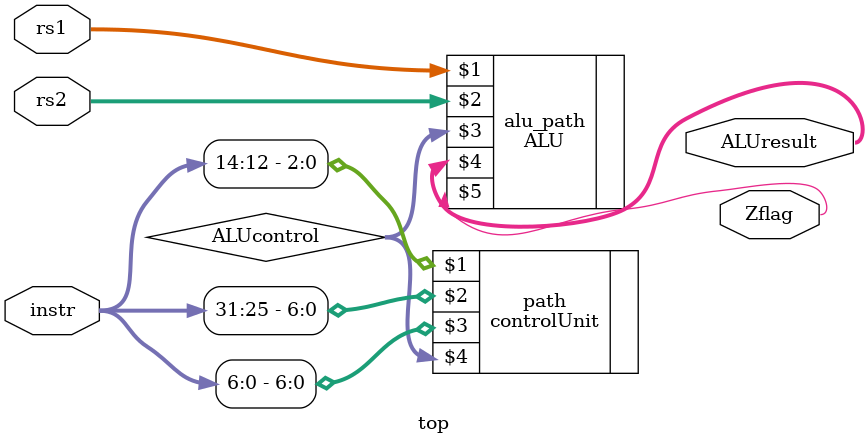
<source format=v>
`include "ALU.v"
`include "controlUnit.v"

module top (
    input [31:0]instr,
    input [31:0] rs1, rs2,
    output [31:0] ALUresult,
    output Zflag 
);

wire [3:0] ALUcontrol;

controlUnit path(instr[14:12], instr[31:25], instr[6:0], ALUcontrol);
ALU alu_path(rs1, rs2, ALUcontrol, ALUresult, Zflag);

endmodule
</source>
